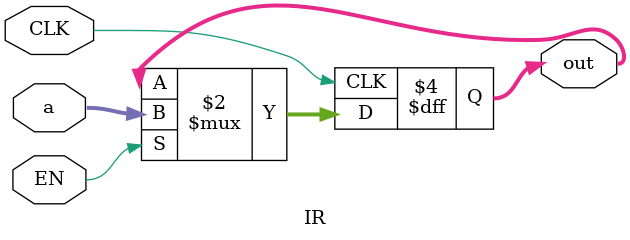
<source format=v>
`timescale 1ns / 1ps


module IR #(parameter WL =32) (
    input CLK,EN,
    input [WL-1:0] a,
    output reg [WL-1:0] out
    );
  
//   reg [WL-1:0] a_reg;
     
    always @(posedge CLK) begin
   
     
   if(EN) begin
//    a_reg <= a;
     out<= a;
    end
    
//    else
//    assign out = a_reg;  //do I need assign?
    
    end
    
endmodule

</source>
